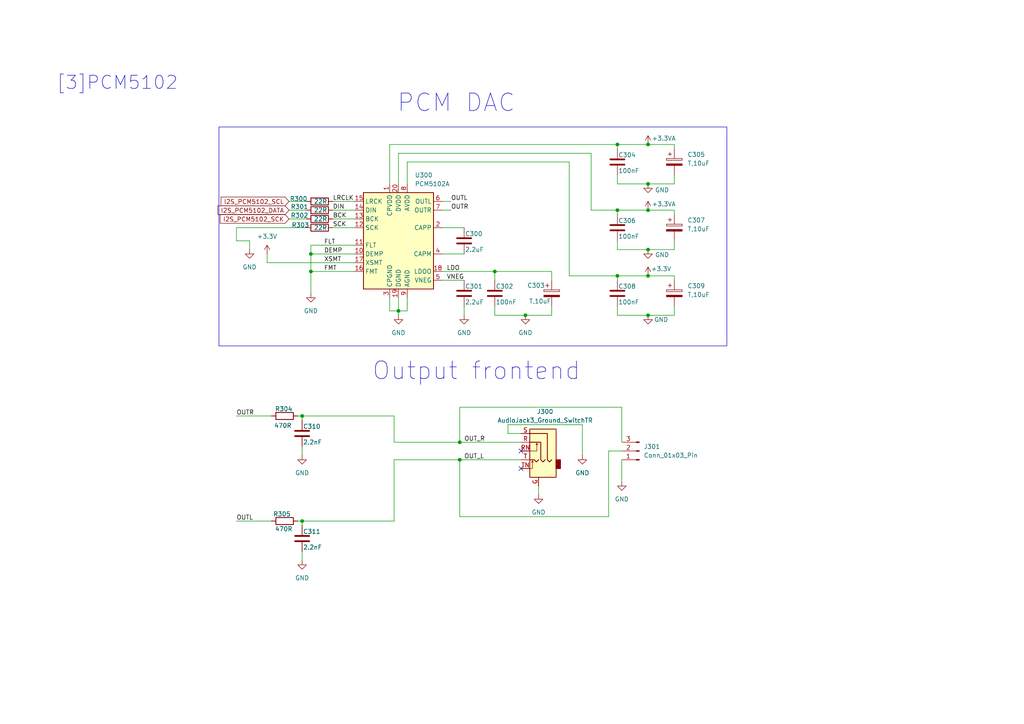
<source format=kicad_sch>
(kicad_sch (version 20231120) (generator "eeschema") (generator_version "8.0")
  (paper "A4")
  (lib_symbols
    (symbol "Audio:PCM5102A"
      (property "Reference" "U" (at -10.16 13.97 0))
      (property "Value" "PCM5102A" (at 3.81 13.97 0))
      (symbol "PCM5102A_0_1"
        (rectangle (start -10.16 12.7) (end 10.16 -15.24) (stroke (width 0.254)) (fill (type background)))
      )
      (symbol "PCM5102A_1_1"
        (pin passive line (at -2.54 15.24 270) (length 2.54) (name "CPVDD") (number "1"))
        (pin input line (at -12.7 -5.08 0) (length 2.54) (name "DEMP") (number "10"))
        (pin input line (at -12.7 -2.54 0) (length 2.54) (name "FLT") (number "11"))
        (pin input line (at -12.7 2.54 0) (length 2.54) (name "SCK") (number "12"))
        (pin input line (at -12.7 5.08 0) (length 2.54) (name "BCK") (number "13"))
        (pin input line (at -12.7 7.62 0) (length 2.54) (name "DIN") (number "14"))
        (pin input line (at -12.7 10.16 0) (length 2.54) (name "LRCK") (number "15"))
        (pin input line (at -12.7 -10.16 0) (length 2.54) (name "FMT") (number "16"))
        (pin input line (at -12.7 -7.62 0) (length 2.54) (name "XSMT") (number "17"))
        (pin passive line (at 12.7 -10.16 180) (length 2.54) (name "LDOO") (number "18"))
        (pin power_in line (at 0 -17.78 90) (length 2.54) (name "DGND") (number "19"))
        (pin passive line (at 12.7 2.54 180) (length 2.54) (name "CAPP") (number "2"))
        (pin power_in line (at 0 15.24 270) (length 2.54) (name "DVDD") (number "20"))
        (pin power_in line (at -2.54 -17.78 90) (length 2.54) (name "CPGND") (number "3"))
        (pin passive line (at 12.7 -5.08 180) (length 2.54) (name "CAPM") (number "4"))
        (pin passive line (at 12.7 -12.7 180) (length 2.54) (name "VNEG") (number "5"))
        (pin output line (at 12.7 10.16 180) (length 2.54) (name "OUTL") (number "6"))
        (pin output line (at 12.7 7.62 180) (length 2.54) (name "OUTR") (number "7"))
        (pin power_in line (at 2.54 15.24 270) (length 2.54) (name "AVDD") (number "8"))
        (pin power_in line (at 2.54 -17.78 90) (length 2.54) (name "AGND") (number "9"))
      )
    )
    (symbol "Connector:Conn_01x03_Pin" (pin_names (offset 1.016) hide)
      (property "Reference" "J" (at 0 5.08 0))
      (property "Value" "Conn_01x03_Pin" (at 0 -5.08 0))
      (symbol "Conn_01x03_Pin_1_1"
        (polyline (pts (xy 1.27 -2.54) (xy 0.8636 -2.54)) (stroke (width 0.1524)))
        (polyline (pts (xy 1.27 0) (xy 0.8636 0)) (stroke (width 0.1524)))
        (polyline (pts (xy 1.27 2.54) (xy 0.8636 2.54)) (stroke (width 0.1524)))
        (rectangle (start 0.8636 -2.413) (end 0 -2.667) (stroke (width 0.1524)) (fill (type outline)))
        (rectangle (start 0.8636 0.127) (end 0 -0.127) (stroke (width 0.1524)) (fill (type outline)))
        (rectangle (start 0.8636 2.667) (end 0 2.413) (stroke (width 0.1524)) (fill (type outline)))
        (pin passive line (at 5.08 2.54 180) (length 3.81) (name "Pin_1") (number "1"))
        (pin passive line (at 5.08 0 180) (length 3.81) (name "Pin_2") (number "2"))
        (pin passive line (at 5.08 -2.54 180) (length 3.81) (name "Pin_3") (number "3"))
      )
    )
    (symbol "Connector_Audio:AudioJack3_Ground_SwitchTR"
      (property "Reference" "J" (at 0 8.89 0))
      (property "Value" "AudioJack3_Ground_SwitchTR" (at 0 6.35 0))
      (symbol "AudioJack3_Ground_SwitchTR_0_1"
        (rectangle (start -5.08 -5.08) (end -6.35 -7.62) (stroke (width 0.254)) (fill (type outline)))
        (polyline (pts (xy 0.508 -0.254) (xy 0.762 -0.762)))
        (polyline (pts (xy 1.778 -5.334) (xy 2.032 -5.842)))
        (polyline (pts (xy 0 -5.08) (xy 0.635 -5.715) (xy 1.27 -5.08) (xy 2.54 -5.08)) (stroke (width 0.254)))
        (polyline (pts (xy 2.54 -7.62) (xy 1.778 -7.62) (xy 1.778 -5.334) (xy 1.524 -5.842)))
        (polyline (pts (xy 2.54 -2.54) (xy 0.508 -2.54) (xy 0.508 -0.254) (xy 0.254 -0.762)))
        (polyline (pts (xy -1.905 -5.08) (xy -1.27 -5.715) (xy -0.635 -5.08) (xy -0.635 0) (xy 2.54 0)) (stroke (width 0.254)))
        (polyline (pts (xy 2.54 2.54) (xy -2.54 2.54) (xy -2.54 -5.08) (xy -3.175 -5.715) (xy -3.81 -5.08)) (stroke (width 0.254)))
        (rectangle (start 2.54 3.81) (end -5.08 -10.16) (stroke (width 0.254)) (fill (type background)))
      )
      (symbol "AudioJack3_Ground_SwitchTR_1_1"
        (pin passive line (at 0 -12.7 90) (length 2.54) (name "~") (number "G"))
        (pin passive line (at 5.08 0 180) (length 2.54) (name "~") (number "R"))
        (pin passive line (at 5.08 -2.54 180) (length 2.54) (name "~") (number "RN"))
        (pin passive line (at 5.08 2.54 180) (length 2.54) (name "~") (number "S"))
        (pin passive line (at 5.08 -5.08 180) (length 2.54) (name "~") (number "T"))
        (pin passive line (at 5.08 -7.62 180) (length 2.54) (name "~") (number "TN"))
      )
    )
    (symbol "Device:C" (pin_numbers hide) (pin_names (offset 0.254))
      (property "Reference" "C" (at 0.635 2.54 0))
      (property "Value" "C" (at 0.635 -2.54 0))
      (symbol "C_0_1"
        (polyline (pts (xy -2.032 -0.762) (xy 2.032 -0.762)) (stroke (width 0.508)))
        (polyline (pts (xy -2.032 0.762) (xy 2.032 0.762)) (stroke (width 0.508)))
      )
      (symbol "C_1_1"
        (pin passive line (at 0 3.81 270) (length 2.794) (name "~") (number "1"))
        (pin passive line (at 0 -3.81 90) (length 2.794) (name "~") (number "2"))
      )
    )
    (symbol "Device:C_Polarized" (pin_numbers hide) (pin_names (offset 0.254))
      (property "Reference" "C" (at 0.635 2.54 0))
      (property "Value" "C_Polarized" (at 0.635 -2.54 0))
      (symbol "C_Polarized_0_1"
        (rectangle (start -2.286 0.508) (end 2.286 1.016))
        (polyline (pts (xy -1.778 2.286) (xy -0.762 2.286)))
        (polyline (pts (xy -1.27 2.794) (xy -1.27 1.778)))
        (rectangle (start 2.286 -0.508) (end -2.286 -1.016) (fill (type outline)))
      )
      (symbol "C_Polarized_1_1"
        (pin passive line (at 0 3.81 270) (length 2.794) (name "~") (number "1"))
        (pin passive line (at 0 -3.81 90) (length 2.794) (name "~") (number "2"))
      )
    )
    (symbol "Device:R" (pin_numbers hide) (pin_names (offset 0))
      (property "Reference" "R" (at 2.032 0 90))
      (property "Value" "R" (at 0 0 90))
      (symbol "R_0_1"
        (rectangle (start -1.016 -2.54) (end 1.016 2.54) (stroke (width 0.254)))
      )
      (symbol "R_1_1"
        (pin passive line (at 0 3.81 270) (length 1.27) (name "~") (number "1"))
        (pin passive line (at 0 -3.81 90) (length 1.27) (name "~") (number "2"))
      )
    )
    (symbol "power:+3.3V" (power) (pin_numbers hide) (pin_names (offset 0) hide)
      (property "Value" "+3.3V" (at 0 3.556 0))
      (symbol "+3.3V_0_1"
        (polyline (pts (xy -0.762 1.27) (xy 0 2.54)))
        (polyline (pts (xy 0 0) (xy 0 2.54)))
        (polyline (pts (xy 0 2.54) (xy 0.762 1.27)))
      )
      (symbol "+3.3V_1_1"
        (pin power_in line (at 0 0 90) (length 0) (name "~") (number "1"))
      )
    )
    (symbol "power:+3.3VA" (power) (pin_numbers hide) (pin_names (offset 0) hide)
      (property "Value" "+3.3VA" (at 0 3.556 0))
      (symbol "+3.3VA_0_1"
        (polyline (pts (xy -0.762 1.27) (xy 0 2.54)))
        (polyline (pts (xy 0 0) (xy 0 2.54)))
        (polyline (pts (xy 0 2.54) (xy 0.762 1.27)))
      )
      (symbol "+3.3VA_1_1"
        (pin power_in line (at 0 0 90) (length 0) (name "~") (number "1"))
      )
    )
    (symbol "power:GND" (power) (pin_numbers hide) (pin_names (offset 0) hide)
      (property "Value" "GND" (at 0 -3.81 0))
      (symbol "GND_0_1"
        (polyline (pts (xy 0 0) (xy 0 -1.27) (xy 1.27 -1.27) (xy 0 -2.54) (xy -1.27 -1.27) (xy 0 -1.27)))
      )
      (symbol "GND_1_1"
        (pin power_in line (at 0 0 270) (length 0) (name "~") (number "1"))
      )
    )
  )
  (junction (at 152.4 91.44))
  (junction (at 187.96 72.39))
  (junction (at 187.96 41.91))
  (junction (at 179.07 80.01))
  (junction (at 90.17 78.74))
  (junction (at 115.57 90.17))
  (junction (at 87.63 120.65))
  (junction (at 179.07 60.96))
  (junction (at 87.63 151.13))
  (junction (at 187.96 53.34))
  (junction (at 187.96 60.96))
  (junction (at 187.96 80.01))
  (junction (at 179.07 41.91))
  (junction (at 133.35 133.35))
  (junction (at 187.96 91.44))
  (junction (at 90.17 73.66))
  (junction (at 143.51 78.74))
  (junction (at 133.35 128.27))
  (no_connect (at 151.13 135.89))
  (no_connect (at 151.13 130.81))
  (wire (pts (xy 133.35 118.11) (xy 180.34 118.11)))
  (wire (pts (xy 72.39 69.85) (xy 72.39 72.39)))
  (wire (pts (xy 115.57 86.36) (xy 115.57 90.17)))
  (wire (pts (xy 86.36 120.65) (xy 87.63 120.65)))
  (wire (pts (xy 133.35 149.86) (xy 176.53 149.86)))
  (wire (pts (xy 187.96 91.44) (xy 195.58 91.44)))
  (wire (pts (xy 171.45 60.96) (xy 179.07 60.96)))
  (wire (pts (xy 113.03 41.91) (xy 179.07 41.91)))
  (wire (pts (xy 176.53 149.86) (xy 176.53 130.81)))
  (wire (pts (xy 90.17 71.12) (xy 90.17 73.66)))
  (wire (pts (xy 180.34 118.11) (xy 180.34 128.27)))
  (wire (pts (xy 113.03 41.91) (xy 113.03 53.34)))
  (wire (pts (xy 115.57 90.17) (xy 118.11 90.17)))
  (wire (pts (xy 152.4 91.44) (xy 160.02 91.44)))
  (wire (pts (xy 87.63 151.13) (xy 87.63 152.4)))
  (wire (pts (xy 96.52 66.04) (xy 102.87 66.04)))
  (wire (pts (xy 179.07 41.91) (xy 187.96 41.91)))
  (wire (pts (xy 195.58 53.34) (xy 195.58 50.8)))
  (wire (pts (xy 195.58 80.01) (xy 195.58 81.28)))
  (wire (pts (xy 87.63 129.54) (xy 87.63 132.08)))
  (wire (pts (xy 143.51 91.44) (xy 143.51 88.9)))
  (wire (pts (xy 187.96 53.34) (xy 195.58 53.34)))
  (wire (pts (xy 128.27 66.04) (xy 134.62 66.04)))
  (wire (pts (xy 160.02 78.74) (xy 160.02 81.28)))
  (wire (pts (xy 115.57 44.45) (xy 115.57 53.34)))
  (wire (pts (xy 168.91 123.19) (xy 168.91 132.08)))
  (wire (pts (xy 87.63 120.65) (xy 87.63 121.92)))
  (wire (pts (xy 133.35 133.35) (xy 133.35 149.86)))
  (wire (pts (xy 187.96 72.39) (xy 195.58 72.39)))
  (wire (pts (xy 147.32 125.73) (xy 147.32 123.19)))
  (wire (pts (xy 128.27 81.28) (xy 134.62 81.28)))
  (wire (pts (xy 180.34 133.35) (xy 180.34 139.7)))
  (wire (pts (xy 128.27 73.66) (xy 134.62 73.66)))
  (wire (pts (xy 96.52 58.42) (xy 102.87 58.42)))
  (wire (pts (xy 115.57 91.44) (xy 115.57 90.17)))
  (wire (pts (xy 114.3 120.65) (xy 114.3 128.27)))
  (wire (pts (xy 68.58 120.65) (xy 78.74 120.65)))
  (wire (pts (xy 151.13 125.73) (xy 147.32 125.73)))
  (wire (pts (xy 77.47 73.66) (xy 77.47 76.2)))
  (wire (pts (xy 143.51 78.74) (xy 160.02 78.74)))
  (wire (pts (xy 179.07 53.34) (xy 179.07 50.8)))
  (wire (pts (xy 179.07 80.01) (xy 179.07 81.28)))
  (wire (pts (xy 147.32 123.19) (xy 168.91 123.19)))
  (wire (pts (xy 134.62 88.9) (xy 134.62 91.44)))
  (wire (pts (xy 171.45 44.45) (xy 171.45 60.96)))
  (wire (pts (xy 128.27 60.96) (xy 130.81 60.96)))
  (wire (pts (xy 83.82 58.42) (xy 88.9 58.42)))
  (wire (pts (xy 133.35 133.35) (xy 151.13 133.35)))
  (wire (pts (xy 179.07 60.96) (xy 179.07 62.23)))
  (wire (pts (xy 114.3 133.35) (xy 133.35 133.35)))
  (wire (pts (xy 90.17 78.74) (xy 90.17 85.09)))
  (wire (pts (xy 143.51 78.74) (xy 143.51 81.28)))
  (wire (pts (xy 187.96 41.91) (xy 195.58 41.91)))
  (wire (pts (xy 179.07 72.39) (xy 179.07 69.85)))
  (wire (pts (xy 179.07 91.44) (xy 179.07 88.9)))
  (wire (pts (xy 165.1 46.99) (xy 165.1 80.01)))
  (wire (pts (xy 87.63 151.13) (xy 114.3 151.13)))
  (wire (pts (xy 90.17 73.66) (xy 90.17 78.74)))
  (wire (pts (xy 179.07 72.39) (xy 187.96 72.39)))
  (wire (pts (xy 179.07 91.44) (xy 187.96 91.44)))
  (wire (pts (xy 176.53 130.81) (xy 180.34 130.81)))
  (wire (pts (xy 114.3 151.13) (xy 114.3 133.35)))
  (wire (pts (xy 68.58 66.04) (xy 68.58 69.85)))
  (wire (pts (xy 90.17 71.12) (xy 102.87 71.12)))
  (wire (pts (xy 86.36 151.13) (xy 87.63 151.13)))
  (wire (pts (xy 165.1 80.01) (xy 179.07 80.01)))
  (wire (pts (xy 187.96 60.96) (xy 195.58 60.96)))
  (wire (pts (xy 87.63 160.02) (xy 87.63 162.56)))
  (wire (pts (xy 179.07 41.91) (xy 179.07 43.18)))
  (wire (pts (xy 68.58 69.85) (xy 72.39 69.85)))
  (wire (pts (xy 113.03 86.36) (xy 113.03 90.17)))
  (wire (pts (xy 83.82 63.5) (xy 88.9 63.5)))
  (wire (pts (xy 87.63 120.65) (xy 114.3 120.65)))
  (wire (pts (xy 187.96 80.01) (xy 195.58 80.01)))
  (wire (pts (xy 83.82 60.96) (xy 88.9 60.96)))
  (wire (pts (xy 118.11 46.99) (xy 118.11 53.34)))
  (wire (pts (xy 96.52 63.5) (xy 102.87 63.5)))
  (wire (pts (xy 179.07 53.34) (xy 187.96 53.34)))
  (wire (pts (xy 114.3 128.27) (xy 133.35 128.27)))
  (wire (pts (xy 195.58 91.44) (xy 195.58 88.9)))
  (wire (pts (xy 133.35 128.27) (xy 151.13 128.27)))
  (wire (pts (xy 195.58 72.39) (xy 195.58 69.85)))
  (wire (pts (xy 143.51 91.44) (xy 152.4 91.44)))
  (wire (pts (xy 115.57 90.17) (xy 113.03 90.17)))
  (wire (pts (xy 128.27 58.42) (xy 130.81 58.42)))
  (wire (pts (xy 179.07 80.01) (xy 187.96 80.01)))
  (wire (pts (xy 128.27 78.74) (xy 143.51 78.74)))
  (wire (pts (xy 90.17 73.66) (xy 102.87 73.66)))
  (wire (pts (xy 118.11 46.99) (xy 165.1 46.99)))
  (wire (pts (xy 77.47 76.2) (xy 102.87 76.2)))
  (wire (pts (xy 179.07 60.96) (xy 187.96 60.96)))
  (wire (pts (xy 115.57 44.45) (xy 171.45 44.45)))
  (wire (pts (xy 90.17 78.74) (xy 102.87 78.74)))
  (wire (pts (xy 96.52 60.96) (xy 102.87 60.96)))
  (wire (pts (xy 195.58 41.91) (xy 195.58 43.18)))
  (wire (pts (xy 68.58 151.13) (xy 78.74 151.13)))
  (wire (pts (xy 156.21 140.97) (xy 156.21 143.51)))
  (wire (pts (xy 133.35 118.11) (xy 133.35 128.27)))
  (wire (pts (xy 195.58 60.96) (xy 195.58 62.23)))
  (wire (pts (xy 118.11 86.36) (xy 118.11 90.17)))
  (wire (pts (xy 68.58 66.04) (xy 88.9 66.04)))
  (wire (pts (xy 160.02 91.44) (xy 160.02 88.9)))
  (rectangle (start 63.5 36.83) (end 210.82 100.33))
  (text "[3]PCM5102" (at 34.036 24.13 0) (effects (font (size 3.81 3.81))))
  (text "Output frontend" (at 138.176 107.696 0) (effects (font (size 5.08 5.08))))
  (text "PCM DAC" (at 132.334 29.972 0) (effects (font (size 5.08 5.08))))
  (label "BCK" (at 96.52 63.5 0))
  (label "OUT_R" (at 134.62 128.27 0))
  (label "OUTR" (at 68.58 120.65 0))
  (label "FLT" (at 93.98 71.12 0))
  (label "DEMP" (at 93.98 73.66 0))
  (label "LDO" (at 129.54 78.74 0))
  (label "OUTR" (at 130.81 60.96 0))
  (label "LRCLK" (at 96.52 58.42 0))
  (label "OUT_L" (at 134.62 133.35 0))
  (label "XSMT" (at 93.98 76.2 0))
  (label "FMT" (at 93.98 78.74 0))
  (label "SCK" (at 96.52 66.04 0))
  (label "OUTL" (at 68.58 151.13 0))
  (label "VNEG" (at 129.54 81.28 0))
  (label "OUTL" (at 130.81 58.42 0))
  (label "DIN" (at 96.52 60.96 0))
  (global_label "I2S_PCM5102_DATA" (shape input) (at 83.82 60.96 180) (property "Intersheetrefs" "${INTERSHEET_REFS}" (effects (hide yes))))
  (global_label "I2S_PCM5102_SCK" (shape input) (at 83.82 63.5 180) (property "Intersheetrefs" "${INTERSHEET_REFS}" (effects (hide yes))))
  (global_label "I2S_PCM5102_SCL" (shape input) (at 83.82 58.42 180) (property "Intersheetrefs" "${INTERSHEET_REFS}" (effects (hide yes))))
  (symbol (lib_id "Device:C") (at 143.51 85.09 0) (unit 1)
    (property "Reference" "C302" (at 143.764 83.058 0) (effects (justify left)))
    (property "Value" "100nF" (at 143.764 87.63 0) (effects (justify left)))
    (property "Footprint" "Capacitor_SMD:C_0603_1608Metric" (effects (hide yes)))
    (property "Description" "Unpolarized capacitor" (effects (hide yes)))
    (property "Manufacturer" "Samsung Electro-Mechanics" (effects (hide yes)))
    (property "Manufacturer Part Number" "CL10B104KB8NNNC" (effects (hide yes)))
  )
  (symbol (lib_id "power:+3.3VA") (at 187.96 60.96 0) (unit 1)
    (property "Reference" "#PWR28" (effects (hide yes)))
    (property "Value" "+3.3VA" (at 192.532 59.182 0))
    (property "Description" "Power symbol creates a global label with name \"+3.3VA\"" (effects (hide yes)))
  )
  (symbol (lib_id "Device:C") (at 87.63 156.21 0) (unit 1)
    (property "Reference" "C311" (at 87.884 154.178 0) (effects (justify left)))
    (property "Value" "2.2nF" (at 87.884 158.75 0) (effects (justify left)))
    (property "Footprint" "Capacitor_SMD:C_0603_1608Metric" (effects (hide yes)))
    (property "Description" "Unpolarized capacitor" (effects (hide yes)))
    (property "Manufacturer" "Samsung Electro-Mechanics" (effects (hide yes)))
    (property "Manufacturer Part Number" "CL10B222KB8NNNC" (effects (hide yes)))
  )
  (symbol (lib_id "power:GND") (at 87.63 162.56 0) (unit 1)
    (property "Reference" "#PWR18" (effects (hide yes)))
    (property "Value" "GND" (at 87.63 167.64 0))
    (property "Description" "Power symbol creates a global label with name \"GND\" , ground" (effects (hide yes)))
  )
  (symbol (lib_id "Device:C_Polarized") (at 195.58 66.04 0) (unit 1)
    (property "Reference" "C307" (at 199.39 63.8809 0) (effects (justify left)))
    (property "Value" "T,10uF" (at 199.39 66.4209 0) (effects (justify left)))
    (property "Footprint" "Capacitor_Tantalum_SMD:CP_EIA-3216-18_Kemet-A" (effects (hide yes)))
    (property "Description" "Polarized capacitor" (effects (hide yes)))
    (property "Manufacturer" "Kyocera AVX" (effects (hide yes)))
    (property "Manufacturer Part Number" "TAJA106K016RNJ" (effects (hide yes)))
  )
  (symbol (lib_id "power:GND") (at 90.17 85.09 0) (unit 1)
    (property "Reference" "#PWR19" (effects (hide yes)))
    (property "Value" "GND" (at 90.17 90.17 0))
    (property "Description" "Power symbol creates a global label with name \"GND\" , ground" (effects (hide yes)))
  )
  (symbol (lib_id "Device:C") (at 179.07 46.99 0) (unit 1)
    (property "Reference" "C304" (at 179.324 44.958 0) (effects (justify left)))
    (property "Value" "100nF" (at 179.324 49.53 0) (effects (justify left)))
    (property "Footprint" "Capacitor_SMD:C_0603_1608Metric" (effects (hide yes)))
    (property "Description" "Unpolarized capacitor" (effects (hide yes)))
    (property "Manufacturer" "Samsung Electro-Mechanics" (effects (hide yes)))
    (property "Manufacturer Part Number" "CL10B104KB8NNNC" (effects (hide yes)))
  )
  (symbol (lib_id "power:+3.3V") (at 187.96 80.01 0) (unit 1)
    (property "Reference" "#PWR30" (effects (hide yes)))
    (property "Value" "+3.3V" (at 191.77 77.978 0))
    (property "Description" "Power symbol creates a global label with name \"+3.3V\"" (effects (hide yes)))
  )
  (symbol (lib_id "power:GND") (at 72.39 72.39 0) (unit 1)
    (property "Reference" "#PWR15" (effects (hide yes)))
    (property "Value" "GND" (at 72.39 77.47 0))
    (property "Description" "Power symbol creates a global label with name \"GND\" , ground" (effects (hide yes)))
  )
  (symbol (lib_id "Device:C") (at 134.62 85.09 0) (unit 1)
    (property "Reference" "C301" (at 134.874 83.058 0) (effects (justify left)))
    (property "Value" "2.2uF" (at 134.874 87.63 0) (effects (justify left)))
    (property "Footprint" "Capacitor_SMD:C_0603_1608Metric" (effects (hide yes)))
    (property "Description" "Unpolarized capacitor" (effects (hide yes)))
    (property "Manufacturer" "Samsung Electro-Mechanics" (effects (hide yes)))
    (property "Manufacturer Part Number" "CL10A225KA8NNNC" (effects (hide yes)))
  )
  (symbol (lib_id "power:GND") (at 168.91 132.08 0) (mirror y) (unit 1)
    (property "Reference" "#PWR24" (effects (hide yes)))
    (property "Value" "GND" (at 168.91 137.16 0))
    (property "Description" "Power symbol creates a global label with name \"GND\" , ground" (effects (hide yes)))
  )
  (symbol (lib_id "power:GND") (at 152.4 91.44 0) (unit 1)
    (property "Reference" "#PWR22" (effects (hide yes)))
    (property "Value" "GND" (at 152.4 96.52 0))
    (property "Description" "Power symbol creates a global label with name \"GND\" , ground" (effects (hide yes)))
  )
  (symbol (lib_id "power:GND") (at 180.34 139.7 0) (mirror y) (unit 1)
    (property "Reference" "#PWR25" (effects (hide yes)))
    (property "Value" "GND" (at 180.34 144.78 0))
    (property "Description" "Power symbol creates a global label with name \"GND\" , ground" (effects (hide yes)))
  )
  (symbol (lib_id "Device:C_Polarized") (at 195.58 85.09 0) (unit 1)
    (property "Reference" "C309" (at 199.39 82.9309 0) (effects (justify left)))
    (property "Value" "T,10uF" (at 199.39 85.4709 0) (effects (justify left)))
    (property "Footprint" "Capacitor_Tantalum_SMD:CP_EIA-3216-18_Kemet-A" (effects (hide yes)))
    (property "Description" "Polarized capacitor" (effects (hide yes)))
    (property "Manufacturer" "Kyocera AVX" (effects (hide yes)))
    (property "Manufacturer Part Number" "TAJA106K016RNJ" (effects (hide yes)))
  )
  (symbol (lib_id "Device:C") (at 179.07 66.04 0) (unit 1)
    (property "Reference" "C306" (at 179.324 64.008 0) (effects (justify left)))
    (property "Value" "100nF" (at 179.324 68.58 0) (effects (justify left)))
    (property "Footprint" "Capacitor_SMD:C_0603_1608Metric" (effects (hide yes)))
    (property "Description" "Unpolarized capacitor" (effects (hide yes)))
    (property "Manufacturer" "Samsung Electro-Mechanics" (effects (hide yes)))
    (property "Manufacturer Part Number" "CL10B104KB8NNNC" (effects (hide yes)))
  )
  (symbol (lib_id "Device:R") (at 92.71 58.42 90) (unit 1)
    (property "Reference" "R300" (at 86.614 57.658 90))
    (property "Value" "22R" (at 92.964 58.42 90))
    (property "Footprint" "Resistor_SMD:R_0603_1608Metric" (effects (hide yes)))
    (property "Description" "Resistor" (effects (hide yes)))
    (property "Manufacturer" "UNI-ROYAL(Uniroyal Elec)" (effects (hide yes)))
    (property "Manufacturer Part Number" "0603WAF220JT5E" (effects (hide yes)))
  )
  (symbol (lib_id "Device:C") (at 179.07 85.09 0) (unit 1)
    (property "Reference" "C308" (at 179.324 83.058 0) (effects (justify left)))
    (property "Value" "100nF" (at 179.324 87.63 0) (effects (justify left)))
    (property "Footprint" "Capacitor_SMD:C_0603_1608Metric" (effects (hide yes)))
    (property "Description" "Unpolarized capacitor" (effects (hide yes)))
    (property "Manufacturer" "Samsung Electro-Mechanics" (effects (hide yes)))
    (property "Manufacturer Part Number" "CL10B104KB8NNNC" (effects (hide yes)))
  )
  (symbol (lib_id "Device:R") (at 92.71 60.96 90) (unit 1)
    (property "Reference" "R301" (at 86.868 59.944 90))
    (property "Value" "22R" (at 92.964 60.96 90))
    (property "Footprint" "Resistor_SMD:R_0603_1608Metric" (effects (hide yes)))
    (property "Description" "Resistor" (effects (hide yes)))
    (property "Manufacturer" "UNI-ROYAL(Uniroyal Elec)" (effects (hide yes)))
    (property "Manufacturer Part Number" "0603WAF220JT5E" (effects (hide yes)))
  )
  (symbol (lib_id "power:GND") (at 87.63 132.08 0) (unit 1)
    (property "Reference" "#PWR17" (effects (hide yes)))
    (property "Value" "GND" (at 87.63 137.16 0))
    (property "Description" "Power symbol creates a global label with name \"GND\" , ground" (effects (hide yes)))
  )
  (symbol (lib_id "Device:R") (at 92.71 66.04 90) (unit 1)
    (property "Reference" "R303" (at 87.122 65.278 90))
    (property "Value" "22R" (at 92.964 66.04 90))
    (property "Footprint" "Resistor_SMD:R_0603_1608Metric" (effects (hide yes)))
    (property "Description" "Resistor" (effects (hide yes)))
    (property "Manufacturer" "UNI-ROYAL(Uniroyal Elec)" (effects (hide yes)))
    (property "Manufacturer Part Number" "0603WAF220JT5E" (effects (hide yes)))
  )
  (symbol (lib_id "power:GND") (at 115.57 91.44 0) (unit 1)
    (property "Reference" "#PWR20" (effects (hide yes)))
    (property "Value" "GND" (at 115.57 96.52 0))
    (property "Description" "Power symbol creates a global label with name \"GND\" , ground" (effects (hide yes)))
  )
  (symbol (lib_id "Connector_Audio:AudioJack3_Ground_SwitchTR") (at 156.21 128.27 0) (mirror y) (unit 1)
    (property "Reference" "J300" (at 158.115 119.38 0))
    (property "Value" "AudioJack3_Ground_SwitchTR" (at 158.115 121.92 0))
    (property "Footprint" "rpi_pico_media_board:AudioJack_3.5mm_PJ311" (effects (hide yes)))
    (property "Description" "Audio Jack, 3 Poles (Stereo / TRS), Grounded Sleeve, Switched TR Poles (Normalling)" (effects (hide yes)))
  )
  (symbol (lib_id "Audio:PCM5102A") (at 115.57 68.58 0) (unit 1)
    (property "Reference" "U300" (at 120.3041 50.8 0) (effects (justify left)))
    (property "Value" "PCM5102A" (at 120.3041 53.34 0) (effects (justify left)))
    (property "Footprint" "Package_SO:TSSOP-20_4.4x6.5mm_P0.65mm" (effects (hide yes)))
    (property "Datasheet" "https://www.ti.com/lit/ds/symlink/pcm5102a.pdf" (effects (hide yes)))
    (property "Description" "2.1 VRMS, 112dB Audio Stereo DAC with PLL and 32-bit, 384kHz PCM Interface, TSSOP-20" (effects (hide yes)))
    (property "Manufacturer" "Texas Instruments" (effects (hide yes)))
    (property "Manufacturer Part Number" "PCM5102APWR" (effects (hide yes)))
  )
  (symbol (lib_id "power:+3.3V") (at 77.47 73.66 0) (unit 1)
    (property "Reference" "#PWR16" (effects (hide yes)))
    (property "Value" "+3.3V" (at 77.47 68.58 0))
    (property "Description" "Power symbol creates a global label with name \"+3.3V\"" (effects (hide yes)))
  )
  (symbol (lib_id "power:+3.3VA") (at 187.96 41.91 0) (unit 1)
    (property "Reference" "#PWR26" (effects (hide yes)))
    (property "Value" "+3.3VA" (at 192.532 40.132 0))
    (property "Description" "Power symbol creates a global label with name \"+3.3VA\"" (effects (hide yes)))
  )
  (symbol (lib_id "Device:C_Polarized") (at 195.58 46.99 0) (unit 1)
    (property "Reference" "C305" (at 199.39 44.8309 0) (effects (justify left)))
    (property "Value" "T,10uF" (at 199.39 47.3709 0) (effects (justify left)))
    (property "Footprint" "Capacitor_Tantalum_SMD:CP_EIA-3216-18_Kemet-A" (effects (hide yes)))
    (property "Description" "Polarized capacitor" (effects (hide yes)))
    (property "Manufacturer" "Kyocera AVX" (effects (hide yes)))
    (property "Manufacturer Part Number" "TAJA106K016RNJ" (effects (hide yes)))
  )
  (symbol (lib_id "Device:C_Polarized") (at 160.02 85.09 0) (unit 1)
    (property "Reference" "C303" (at 152.908 82.804 0) (effects (justify left)))
    (property "Value" "T,10uF" (at 153.416 87.376 0) (effects (justify left)))
    (property "Footprint" "Capacitor_Tantalum_SMD:CP_EIA-3216-18_Kemet-A" (effects (hide yes)))
    (property "Description" "Polarized capacitor" (effects (hide yes)))
    (property "Manufacturer" "Kyocera AVX" (effects (hide yes)))
    (property "Manufacturer Part Number" "TAJA106K016RNJ" (effects (hide yes)))
  )
  (symbol (lib_id "power:GND") (at 187.96 91.44 0) (unit 1)
    (property "Reference" "#PWR31" (effects (hide yes)))
    (property "Value" "GND" (at 191.77 92.71 0))
    (property "Description" "Power symbol creates a global label with name \"GND\" , ground" (effects (hide yes)))
  )
  (symbol (lib_id "power:GND") (at 187.96 72.39 0) (unit 1)
    (property "Reference" "#PWR29" (effects (hide yes)))
    (property "Value" "GND" (at 192.024 73.914 0))
    (property "Description" "Power symbol creates a global label with name \"GND\" , ground" (effects (hide yes)))
  )
  (symbol (lib_id "power:GND") (at 187.96 53.34 0) (unit 1)
    (property "Reference" "#PWR27" (effects (hide yes)))
    (property "Value" "GND" (at 192.024 55.118 0))
    (property "Description" "Power symbol creates a global label with name \"GND\" , ground" (effects (hide yes)))
  )
  (symbol (lib_id "Device:R") (at 82.55 151.13 90) (unit 1)
    (property "Reference" "R305" (at 81.788 149.098 90))
    (property "Value" "470R" (at 82.296 153.416 90))
    (property "Footprint" "Resistor_SMD:R_0805_2012Metric" (effects (hide yes)))
    (property "Description" "Resistor" (effects (hide yes)))
    (property "Manufacturer" "Viking Tech" (effects (hide yes)))
    (property "Manufacturer Part Number" "ARG05FTC4700" (effects (hide yes)))
  )
  (symbol (lib_id "Device:C") (at 87.63 125.73 0) (unit 1)
    (property "Reference" "C310" (at 87.884 123.698 0) (effects (justify left)))
    (property "Value" "2.2nF" (at 87.884 128.27 0) (effects (justify left)))
    (property "Footprint" "Capacitor_SMD:C_0603_1608Metric" (effects (hide yes)))
    (property "Description" "Unpolarized capacitor" (effects (hide yes)))
    (property "Manufacturer" "Samsung Electro-Mechanics" (effects (hide yes)))
    (property "Manufacturer Part Number" "CL10B222KB8NNNC" (effects (hide yes)))
  )
  (symbol (lib_id "Connector:Conn_01x03_Pin") (at 185.42 130.81 180) (unit 1) (on_board no)
    (property "Reference" "J301" (at 186.69 129.5399 0) (effects (justify right)))
    (property "Value" "Conn_01x03_Pin" (at 186.69 132.0799 0) (effects (justify right)))
    (property "Footprint" "Connector_PinHeader_2.54mm:PinHeader_1x03_P2.54mm_Vertical" (effects (hide yes)))
    (property "Description" "Generic connector, single row, 01x03, script generated" (effects (hide yes)))
  )
  (symbol (lib_id "power:GND") (at 156.21 143.51 0) (mirror y) (unit 1)
    (property "Reference" "#PWR23" (effects (hide yes)))
    (property "Value" "GND" (at 156.21 148.59 0))
    (property "Description" "Power symbol creates a global label with name \"GND\" , ground" (effects (hide yes)))
  )
  (symbol (lib_id "Device:C") (at 134.62 69.85 0) (unit 1)
    (property "Reference" "C300" (at 134.874 67.818 0) (effects (justify left)))
    (property "Value" "2.2uF" (at 134.874 72.39 0) (effects (justify left)))
    (property "Footprint" "Capacitor_SMD:C_0603_1608Metric" (effects (hide yes)))
    (property "Description" "Unpolarized capacitor" (effects (hide yes)))
    (property "Manufacturer" "Samsung Electro-Mechanics" (effects (hide yes)))
    (property "Manufacturer Part Number" "CL10A225KA8NNNC" (effects (hide yes)))
  )
  (symbol (lib_id "power:GND") (at 134.62 91.44 0) (unit 1)
    (property "Reference" "#PWR21" (effects (hide yes)))
    (property "Value" "GND" (at 134.62 96.52 0))
    (property "Description" "Power symbol creates a global label with name \"GND\" , ground" (effects (hide yes)))
  )
  (symbol (lib_id "Device:R") (at 92.71 63.5 90) (unit 1)
    (property "Reference" "R302" (at 86.868 62.484 90))
    (property "Value" "22R" (at 92.964 63.5 90))
    (property "Footprint" "Resistor_SMD:R_0603_1608Metric" (effects (hide yes)))
    (property "Description" "Resistor" (effects (hide yes)))
    (property "Manufacturer" "UNI-ROYAL(Uniroyal Elec)" (effects (hide yes)))
    (property "Manufacturer Part Number" "0603WAF220JT5E" (effects (hide yes)))
  )
  (symbol (lib_id "Device:R") (at 82.55 120.65 90) (unit 1)
    (property "Reference" "R304" (at 82.296 118.618 90))
    (property "Value" "470R" (at 82.042 123.444 90))
    (property "Footprint" "Resistor_SMD:R_0805_2012Metric" (effects (hide yes)))
    (property "Description" "Resistor" (effects (hide yes)))
    (property "Manufacturer" "Viking Tech" (effects (hide yes)))
    (property "Manufacturer Part Number" "ARG05FTC4700" (effects (hide yes)))
  )
)
</source>
